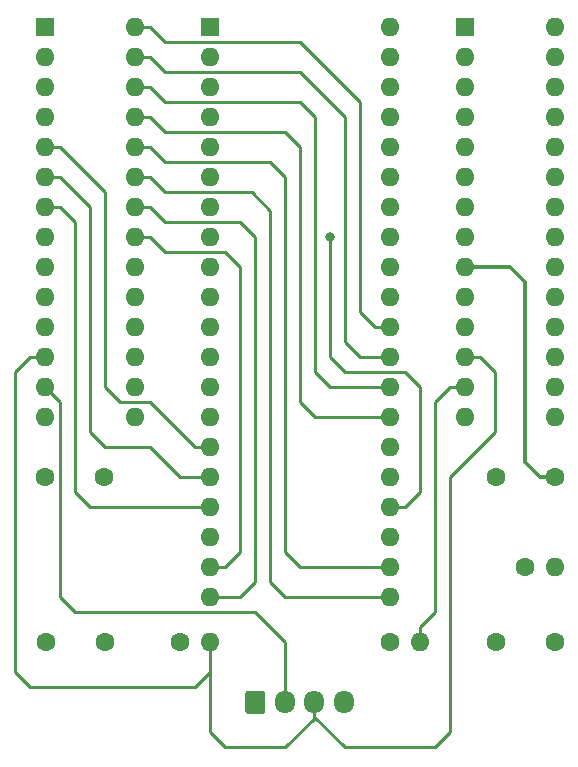
<source format=gbr>
G04 #@! TF.GenerationSoftware,KiCad,Pcbnew,5.1.5+dfsg1-2build2*
G04 #@! TF.CreationDate,2021-09-07T14:08:06+02:00*
G04 #@! TF.ProjectId,Adaptateur_I2C,41646170-7461-4746-9575-725f4932432e,1*
G04 #@! TF.SameCoordinates,Original*
G04 #@! TF.FileFunction,Copper,L1,Top*
G04 #@! TF.FilePolarity,Positive*
%FSLAX46Y46*%
G04 Gerber Fmt 4.6, Leading zero omitted, Abs format (unit mm)*
G04 Created by KiCad (PCBNEW 5.1.5+dfsg1-2build2) date 2021-09-07 14:08:06*
%MOMM*%
%LPD*%
G04 APERTURE LIST*
%ADD10C,1.600000*%
%ADD11O,1.700000X1.950000*%
%ADD12C,0.100000*%
%ADD13O,1.600000X1.600000*%
%ADD14R,1.600000X1.600000*%
%ADD15C,0.800000*%
%ADD16C,0.350000*%
%ADD17C,0.250000*%
G04 APERTURE END LIST*
D10*
X191850000Y-125730000D03*
X196850000Y-125730000D03*
D11*
X217050000Y-130810000D03*
X214550000Y-130810000D03*
X212050000Y-130810000D03*
G04 #@! TA.AperFunction,ComponentPad*
D12*
G36*
X210174504Y-129836204D02*
G01*
X210198773Y-129839804D01*
X210222571Y-129845765D01*
X210245671Y-129854030D01*
X210267849Y-129864520D01*
X210288893Y-129877133D01*
X210308598Y-129891747D01*
X210326777Y-129908223D01*
X210343253Y-129926402D01*
X210357867Y-129946107D01*
X210370480Y-129967151D01*
X210380970Y-129989329D01*
X210389235Y-130012429D01*
X210395196Y-130036227D01*
X210398796Y-130060496D01*
X210400000Y-130085000D01*
X210400000Y-131535000D01*
X210398796Y-131559504D01*
X210395196Y-131583773D01*
X210389235Y-131607571D01*
X210380970Y-131630671D01*
X210370480Y-131652849D01*
X210357867Y-131673893D01*
X210343253Y-131693598D01*
X210326777Y-131711777D01*
X210308598Y-131728253D01*
X210288893Y-131742867D01*
X210267849Y-131755480D01*
X210245671Y-131765970D01*
X210222571Y-131774235D01*
X210198773Y-131780196D01*
X210174504Y-131783796D01*
X210150000Y-131785000D01*
X208950000Y-131785000D01*
X208925496Y-131783796D01*
X208901227Y-131780196D01*
X208877429Y-131774235D01*
X208854329Y-131765970D01*
X208832151Y-131755480D01*
X208811107Y-131742867D01*
X208791402Y-131728253D01*
X208773223Y-131711777D01*
X208756747Y-131693598D01*
X208742133Y-131673893D01*
X208729520Y-131652849D01*
X208719030Y-131630671D01*
X208710765Y-131607571D01*
X208704804Y-131583773D01*
X208701204Y-131559504D01*
X208700000Y-131535000D01*
X208700000Y-130085000D01*
X208701204Y-130060496D01*
X208704804Y-130036227D01*
X208710765Y-130012429D01*
X208719030Y-129989329D01*
X208729520Y-129967151D01*
X208742133Y-129946107D01*
X208756747Y-129926402D01*
X208773223Y-129908223D01*
X208791402Y-129891747D01*
X208811107Y-129877133D01*
X208832151Y-129864520D01*
X208854329Y-129854030D01*
X208877429Y-129845765D01*
X208901227Y-129839804D01*
X208925496Y-129836204D01*
X208950000Y-129835000D01*
X210150000Y-129835000D01*
X210174504Y-129836204D01*
G37*
G04 #@! TD.AperFunction*
D13*
X220980000Y-73660000D03*
X205740000Y-121920000D03*
X220980000Y-76200000D03*
X205740000Y-119380000D03*
X220980000Y-78740000D03*
X205740000Y-116840000D03*
X220980000Y-81280000D03*
X205740000Y-114300000D03*
X220980000Y-83820000D03*
X205740000Y-111760000D03*
X220980000Y-86360000D03*
X205740000Y-109220000D03*
X220980000Y-88900000D03*
X205740000Y-106680000D03*
X220980000Y-91440000D03*
X205740000Y-104140000D03*
X220980000Y-93980000D03*
X205740000Y-101600000D03*
X220980000Y-96520000D03*
X205740000Y-99060000D03*
X220980000Y-99060000D03*
X205740000Y-96520000D03*
X220980000Y-101600000D03*
X205740000Y-93980000D03*
X220980000Y-104140000D03*
X205740000Y-91440000D03*
X220980000Y-106680000D03*
X205740000Y-88900000D03*
X220980000Y-109220000D03*
X205740000Y-86360000D03*
X220980000Y-111760000D03*
X205740000Y-83820000D03*
X220980000Y-114300000D03*
X205740000Y-81280000D03*
X220980000Y-116840000D03*
X205740000Y-78740000D03*
X220980000Y-119380000D03*
X205740000Y-76200000D03*
X220980000Y-121920000D03*
D14*
X205740000Y-73660000D03*
D13*
X234950000Y-73660000D03*
X227330000Y-106680000D03*
X234950000Y-76200000D03*
X227330000Y-104140000D03*
X234950000Y-78740000D03*
X227330000Y-101600000D03*
X234950000Y-81280000D03*
X227330000Y-99060000D03*
X234950000Y-83820000D03*
X227330000Y-96520000D03*
X234950000Y-86360000D03*
X227330000Y-93980000D03*
X234950000Y-88900000D03*
X227330000Y-91440000D03*
X234950000Y-91440000D03*
X227330000Y-88900000D03*
X234950000Y-93980000D03*
X227330000Y-86360000D03*
X234950000Y-96520000D03*
X227330000Y-83820000D03*
X234950000Y-99060000D03*
X227330000Y-81280000D03*
X234950000Y-101600000D03*
X227330000Y-78740000D03*
X234950000Y-104140000D03*
X227330000Y-76200000D03*
X234950000Y-106680000D03*
D14*
X227330000Y-73660000D03*
D13*
X199390000Y-73660000D03*
X191770000Y-106680000D03*
X199390000Y-76200000D03*
X191770000Y-104140000D03*
X199390000Y-78740000D03*
X191770000Y-101600000D03*
X199390000Y-81280000D03*
X191770000Y-99060000D03*
X199390000Y-83820000D03*
X191770000Y-96520000D03*
X199390000Y-86360000D03*
X191770000Y-93980000D03*
X199390000Y-88900000D03*
X191770000Y-91440000D03*
X199390000Y-91440000D03*
X191770000Y-88900000D03*
X199390000Y-93980000D03*
X191770000Y-86360000D03*
X199390000Y-96520000D03*
X191770000Y-83820000D03*
X199390000Y-99060000D03*
X191770000Y-81280000D03*
X199390000Y-101600000D03*
X191770000Y-78740000D03*
X199390000Y-104140000D03*
X191770000Y-76200000D03*
X199390000Y-106680000D03*
D14*
X191770000Y-73660000D03*
D13*
X223520000Y-125730000D03*
D10*
X220980000Y-125730000D03*
D13*
X205740000Y-125730000D03*
D10*
X203200000Y-125730000D03*
D13*
X234950000Y-119380000D03*
D10*
X232410000Y-119380000D03*
X229950000Y-125730000D03*
X234950000Y-125730000D03*
X229950000Y-111760000D03*
X234950000Y-111760000D03*
X196770000Y-111760000D03*
X191770000Y-111760000D03*
D15*
X215900000Y-91440000D03*
D16*
X191850000Y-125730000D02*
X191770000Y-125730000D01*
X234950000Y-111760000D02*
X233680000Y-111760000D01*
X233680000Y-111760000D02*
X232410000Y-110490000D01*
X232410000Y-110490000D02*
X232410000Y-95250000D01*
X231140000Y-93980000D02*
X227330000Y-93980000D01*
X232410000Y-95250000D02*
X231140000Y-93980000D01*
D17*
X207010000Y-134620000D02*
X205740000Y-133350000D01*
X205740000Y-133350000D02*
X205740000Y-125730000D01*
X205740000Y-128270000D02*
X205740000Y-125730000D01*
X204470000Y-129540000D02*
X205740000Y-128270000D01*
X190500000Y-129540000D02*
X204470000Y-129540000D01*
X189230000Y-128270000D02*
X190500000Y-129540000D01*
X189230000Y-102870000D02*
X189230000Y-128270000D01*
X190500000Y-101600000D02*
X189230000Y-102870000D01*
X191770000Y-101600000D02*
X190500000Y-101600000D01*
X214595000Y-132115000D02*
X212090000Y-134620000D01*
X207010000Y-134620000D02*
X212090000Y-134620000D01*
X214550000Y-132035000D02*
X214550000Y-130810000D01*
X224790000Y-134620000D02*
X217135000Y-134620000D01*
X226060000Y-133350000D02*
X224790000Y-134620000D01*
X226060000Y-111760000D02*
X226060000Y-133350000D01*
X229870000Y-107950000D02*
X226060000Y-111760000D01*
X217135000Y-134620000D02*
X214550000Y-132035000D01*
X229870000Y-102870000D02*
X229870000Y-107950000D01*
X228600000Y-101600000D02*
X229870000Y-102870000D01*
X227330000Y-101600000D02*
X228600000Y-101600000D01*
X191770000Y-104140000D02*
X193040000Y-105410000D01*
X193040000Y-105410000D02*
X193040000Y-121920000D01*
X193040000Y-121920000D02*
X194310000Y-123190000D01*
X194310000Y-123190000D02*
X209550000Y-123190000D01*
X212050000Y-125690000D02*
X212050000Y-130810000D01*
X209550000Y-123190000D02*
X212050000Y-125690000D01*
X227330000Y-104140000D02*
X226060000Y-104140000D01*
X226060000Y-104140000D02*
X224790000Y-105410000D01*
X224790000Y-105410000D02*
X224790000Y-123190000D01*
X224790000Y-123190000D02*
X223520000Y-124460000D01*
X223520000Y-124460000D02*
X223520000Y-125730000D01*
X219710000Y-99060000D02*
X220980000Y-99060000D01*
X218440000Y-97790000D02*
X219710000Y-99060000D01*
X199390000Y-73660000D02*
X200660000Y-73660000D01*
X200660000Y-73660000D02*
X201930000Y-74930000D01*
X201930000Y-74930000D02*
X213360000Y-74930000D01*
X213360000Y-74930000D02*
X218440000Y-80010000D01*
X218440000Y-80010000D02*
X218440000Y-97790000D01*
X213360000Y-77470000D02*
X217170000Y-81280000D01*
X217170000Y-81280000D02*
X217170000Y-100330000D01*
X218440000Y-101600000D02*
X220980000Y-101600000D01*
X217170000Y-100330000D02*
X218440000Y-101600000D01*
X199390000Y-76200000D02*
X200660000Y-76200000D01*
X200660000Y-76200000D02*
X201930000Y-77470000D01*
X201930000Y-77470000D02*
X213360000Y-77470000D01*
X215900000Y-104140000D02*
X220980000Y-104140000D01*
X214630000Y-102870000D02*
X215900000Y-104140000D01*
X214630000Y-81280000D02*
X214630000Y-102870000D01*
X213360000Y-80010000D02*
X214630000Y-81280000D01*
X199390000Y-78740000D02*
X200660000Y-78740000D01*
X200660000Y-78740000D02*
X201930000Y-80010000D01*
X201930000Y-80010000D02*
X213360000Y-80010000D01*
X214630000Y-106680000D02*
X220980000Y-106680000D01*
X213360000Y-105410000D02*
X214630000Y-106680000D01*
X213360000Y-83820000D02*
X213360000Y-105410000D01*
X212090000Y-82550000D02*
X213360000Y-83820000D01*
X199390000Y-81280000D02*
X200660000Y-81280000D01*
X200660000Y-81280000D02*
X201930000Y-82550000D01*
X201930000Y-82550000D02*
X212090000Y-82550000D01*
X212090000Y-118110000D02*
X212090000Y-86360000D01*
X213360000Y-119380000D02*
X212090000Y-118110000D01*
X220980000Y-119380000D02*
X213360000Y-119380000D01*
X199390000Y-83820000D02*
X200660000Y-83820000D01*
X200660000Y-83820000D02*
X201930000Y-85090000D01*
X201930000Y-85090000D02*
X210820000Y-85090000D01*
X210820000Y-85090000D02*
X212090000Y-86360000D01*
X212090000Y-121920000D02*
X220980000Y-121920000D01*
X210820000Y-120650000D02*
X212090000Y-121920000D01*
X209260002Y-87630000D02*
X210820000Y-89189998D01*
X210820000Y-89189998D02*
X210820000Y-120650000D01*
X199390000Y-86360000D02*
X200660000Y-86360000D01*
X200660000Y-86360000D02*
X201930000Y-87630000D01*
X201930000Y-87630000D02*
X209260002Y-87630000D01*
X207010000Y-121920000D02*
X205740000Y-121920000D01*
X199390000Y-88900000D02*
X200660000Y-88900000D01*
X208280000Y-90170000D02*
X209550000Y-91440000D01*
X200660000Y-88900000D02*
X201930000Y-90170000D01*
X209550000Y-91440000D02*
X209550000Y-120650000D01*
X201930000Y-90170000D02*
X208280000Y-90170000D01*
X209550000Y-120650000D02*
X208280000Y-121920000D01*
X208280000Y-121920000D02*
X205740000Y-121920000D01*
X222250000Y-114300000D02*
X220980000Y-114300000D01*
X223520000Y-113030000D02*
X222250000Y-114300000D01*
X217170000Y-102870000D02*
X222250000Y-102870000D01*
X222250000Y-102870000D02*
X223520000Y-104140000D01*
X215900000Y-101600000D02*
X217170000Y-102870000D01*
X223520000Y-104140000D02*
X223520000Y-113030000D01*
X215900000Y-91440000D02*
X215900000Y-101600000D01*
X207010000Y-119380000D02*
X205740000Y-119380000D01*
X208280000Y-118110000D02*
X207010000Y-119380000D01*
X208280000Y-93980000D02*
X208280000Y-118110000D01*
X207010000Y-92710000D02*
X208280000Y-93980000D01*
X200660000Y-91440000D02*
X201930000Y-92710000D01*
X199390000Y-91440000D02*
X200660000Y-91440000D01*
X201930000Y-92710000D02*
X207010000Y-92710000D01*
X191770000Y-88900000D02*
X193040000Y-88900000D01*
X193040000Y-88900000D02*
X194310000Y-90170000D01*
X194310000Y-90170000D02*
X194310000Y-113030000D01*
X194310000Y-113030000D02*
X195580000Y-114300000D01*
X195580000Y-114300000D02*
X205740000Y-114300000D01*
X200660000Y-109220000D02*
X203200000Y-111760000D01*
X195580000Y-107950000D02*
X196850000Y-109220000D01*
X203200000Y-111760000D02*
X205740000Y-111760000D01*
X195580000Y-88900000D02*
X195580000Y-107950000D01*
X196850000Y-109220000D02*
X200660000Y-109220000D01*
X193040000Y-86360000D02*
X195580000Y-88900000D01*
X191770000Y-86360000D02*
X193040000Y-86360000D01*
X196850000Y-104140000D02*
X198120000Y-105410000D01*
X196850000Y-87630000D02*
X196850000Y-104140000D01*
X193040000Y-83820000D02*
X196850000Y-87630000D01*
X191770000Y-83820000D02*
X193040000Y-83820000D01*
X205740000Y-109220000D02*
X204470000Y-109220000D01*
X204470000Y-109220000D02*
X200660000Y-105410000D01*
X200660000Y-105410000D02*
X198120000Y-105410000D01*
M02*

</source>
